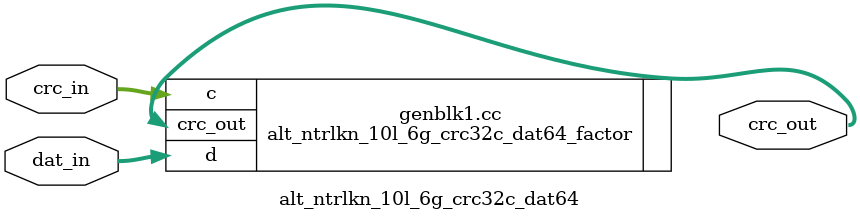
<source format=v>


`timescale 1 ps / 1 ps


module alt_ntrlkn_10l_6g_crc32c_dat64 (
	input[31:0] crc_in,
	input[63:0] dat_in,
	output[31:0] crc_out
);

parameter METHOD = 1;

generate
  if (METHOD == 0)
    alt_ntrlkn_10l_6g_crc32c_dat64_flat cc (.c(crc_in),.d(dat_in),.crc_out(crc_out));
  else
    alt_ntrlkn_10l_6g_crc32c_dat64_factor cc (.c(crc_in),.d(dat_in),.crc_out(crc_out));
endgenerate

endmodule

</source>
